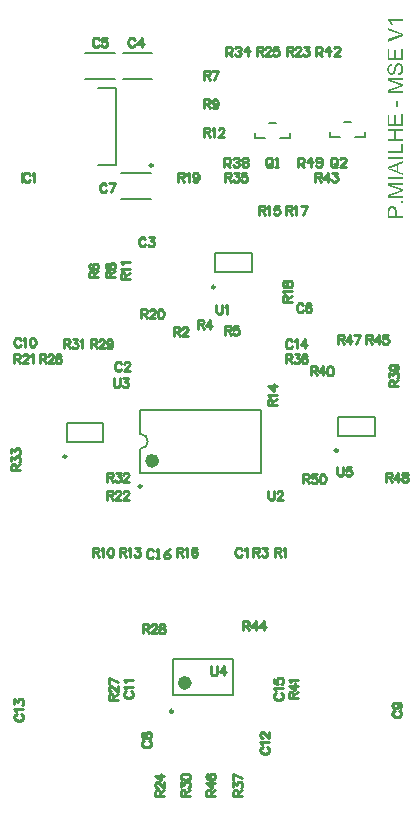
<source format=gto>
G04*
G04 #@! TF.GenerationSoftware,Altium Limited,Altium Designer,23.0.1 (38)*
G04*
G04 Layer_Color=65535*
%FSLAX44Y44*%
%MOMM*%
G71*
G04*
G04 #@! TF.SameCoordinates,4F8D76B3-19B9-4F14-BD17-49225F6037FE*
G04*
G04*
G04 #@! TF.FilePolarity,Positive*
G04*
G01*
G75*
%ADD10C,0.2500*%
%ADD11C,0.6000*%
%ADD12C,0.2000*%
%ADD13C,0.2540*%
G36*
X340360Y666739D02*
X330196D01*
X330224Y666711D01*
X330295Y666640D01*
X330393Y666513D01*
X330534Y666330D01*
X330704Y666118D01*
X330887Y665851D01*
X331084Y665555D01*
X331296Y665216D01*
Y665202D01*
X331324Y665174D01*
X331352Y665132D01*
X331380Y665061D01*
X331437Y664977D01*
X331479Y664878D01*
X331606Y664652D01*
X331733Y664399D01*
X331874Y664117D01*
X332001Y663821D01*
X332113Y663539D01*
X330577D01*
X330563Y663553D01*
X330549Y663595D01*
X330506Y663666D01*
X330464Y663764D01*
X330407Y663877D01*
X330323Y664018D01*
X330238Y664173D01*
X330154Y664328D01*
X329928Y664695D01*
X329660Y665089D01*
X329378Y665498D01*
X329054Y665879D01*
X329040Y665893D01*
X329012Y665921D01*
X328970Y665977D01*
X328899Y666048D01*
X328815Y666118D01*
X328730Y666217D01*
X328490Y666429D01*
X328237Y666668D01*
X327940Y666908D01*
X327630Y667119D01*
X327306Y667303D01*
Y668332D01*
X340360D01*
Y666739D01*
D02*
G37*
G36*
Y656335D02*
Y654559D01*
X327349Y649512D01*
Y651387D01*
X336808Y654770D01*
X336822D01*
X336864Y654784D01*
X336920Y654813D01*
X337005Y654841D01*
X337104Y654869D01*
X337216Y654911D01*
X337343Y654954D01*
X337498Y655010D01*
X337822Y655109D01*
X338175Y655221D01*
X338556Y655334D01*
X338936Y655447D01*
X338922D01*
X338894Y655461D01*
X338823Y655475D01*
X338753Y655503D01*
X338654Y655532D01*
X338541Y655560D01*
X338415Y655602D01*
X338274Y655644D01*
X337949Y655743D01*
X337583Y655870D01*
X337202Y656011D01*
X336808Y656152D01*
X327349Y659662D01*
Y661410D01*
X340360Y656335D01*
D02*
G37*
G36*
Y633709D02*
X327349D01*
Y643126D01*
X328885D01*
Y635429D01*
X332860D01*
Y642633D01*
X334397D01*
Y635429D01*
X338823D01*
Y643422D01*
X340360D01*
Y633709D01*
D02*
G37*
G36*
X336864Y631313D02*
X336963D01*
X337061Y631299D01*
X337329Y631256D01*
X337625Y631186D01*
X337949Y631073D01*
X338288Y630918D01*
X338471Y630834D01*
X338640Y630721D01*
X338654D01*
X338683Y630693D01*
X338725Y630664D01*
X338795Y630608D01*
X338950Y630481D01*
X339162Y630284D01*
X339387Y630044D01*
X339627Y629748D01*
X339852Y629410D01*
X340064Y629015D01*
Y629001D01*
X340092Y628959D01*
X340106Y628902D01*
X340149Y628818D01*
X340177Y628719D01*
X340219Y628592D01*
X340275Y628451D01*
X340318Y628282D01*
X340360Y628113D01*
X340416Y627916D01*
X340487Y627493D01*
X340543Y627027D01*
X340572Y626520D01*
Y626351D01*
X340557Y626224D01*
Y626069D01*
X340543Y625900D01*
X340529Y625702D01*
X340501Y625477D01*
X340445Y625012D01*
X340360Y624518D01*
X340233Y624025D01*
X340064Y623545D01*
Y623531D01*
X340036Y623489D01*
X340008Y623433D01*
X339965Y623348D01*
X339909Y623250D01*
X339852Y623137D01*
X339683Y622869D01*
X339472Y622573D01*
X339204Y622263D01*
X338894Y621953D01*
X338527Y621685D01*
X338513Y621671D01*
X338485Y621656D01*
X338429Y621628D01*
X338344Y621586D01*
X338246Y621530D01*
X338133Y621473D01*
X337992Y621403D01*
X337837Y621346D01*
X337682Y621276D01*
X337498Y621219D01*
X337090Y621107D01*
X336652Y621022D01*
X336413Y620994D01*
X336173Y620980D01*
X336032Y622601D01*
X336046D01*
X336074D01*
X336131Y622615D01*
X336201Y622629D01*
X336286Y622643D01*
X336371Y622657D01*
X336610Y622714D01*
X336864Y622784D01*
X337132Y622869D01*
X337400Y622982D01*
X337653Y623123D01*
X337682Y623137D01*
X337752Y623207D01*
X337865Y623306D01*
X338006Y623447D01*
X338175Y623630D01*
X338330Y623856D01*
X338499Y624123D01*
X338654Y624434D01*
Y624448D01*
X338668Y624476D01*
X338683Y624518D01*
X338711Y624589D01*
X338739Y624673D01*
X338781Y624772D01*
X338809Y624885D01*
X338838Y625012D01*
X338908Y625308D01*
X338979Y625660D01*
X339021Y626027D01*
X339035Y626435D01*
Y626604D01*
X339021Y626689D01*
Y626788D01*
X338993Y627013D01*
X338964Y627281D01*
X338922Y627577D01*
X338852Y627873D01*
X338753Y628155D01*
Y628169D01*
X338739Y628183D01*
X338725Y628226D01*
X338697Y628282D01*
X338626Y628409D01*
X338541Y628578D01*
X338429Y628761D01*
X338288Y628959D01*
X338133Y629128D01*
X337949Y629283D01*
X337921Y629297D01*
X337865Y629339D01*
X337752Y629410D01*
X337611Y629480D01*
X337442Y629537D01*
X337259Y629607D01*
X337047Y629650D01*
X336836Y629664D01*
X336822D01*
X336808D01*
X336737D01*
X336610Y629650D01*
X336469Y629621D01*
X336300Y629579D01*
X336117Y629509D01*
X335933Y629424D01*
X335764Y629297D01*
X335750Y629283D01*
X335694Y629227D01*
X335609Y629142D01*
X335496Y629015D01*
X335384Y628860D01*
X335257Y628649D01*
X335130Y628409D01*
X335003Y628127D01*
X334989Y628099D01*
X334975Y628071D01*
X334961Y628014D01*
X334947Y627958D01*
X334919Y627873D01*
X334876Y627761D01*
X334848Y627648D01*
X334806Y627493D01*
X334749Y627338D01*
X334707Y627140D01*
X334651Y626929D01*
X334580Y626689D01*
X334524Y626435D01*
X334439Y626139D01*
X334369Y625815D01*
Y625801D01*
X334355Y625745D01*
X334327Y625646D01*
X334298Y625533D01*
X334256Y625378D01*
X334214Y625209D01*
X334157Y625040D01*
X334101Y624842D01*
X333974Y624420D01*
X333833Y624011D01*
X333763Y623813D01*
X333692Y623630D01*
X333622Y623461D01*
X333551Y623320D01*
Y623306D01*
X333523Y623278D01*
X333495Y623235D01*
X333467Y623165D01*
X333368Y622996D01*
X333227Y622798D01*
X333044Y622559D01*
X332846Y622333D01*
X332607Y622108D01*
X332353Y621924D01*
X332339D01*
X332325Y621910D01*
X332282Y621882D01*
X332226Y621854D01*
X332071Y621783D01*
X331874Y621699D01*
X331634Y621614D01*
X331352Y621544D01*
X331042Y621487D01*
X330718Y621473D01*
X330704D01*
X330675D01*
X330619D01*
X330549Y621487D01*
X330464D01*
X330365Y621501D01*
X330112Y621544D01*
X329829Y621614D01*
X329534Y621699D01*
X329209Y621840D01*
X328885Y622023D01*
X328871D01*
X328843Y622051D01*
X328801Y622079D01*
X328744Y622122D01*
X328589Y622263D01*
X328392Y622446D01*
X328180Y622672D01*
X327969Y622953D01*
X327757Y623278D01*
X327574Y623658D01*
Y623672D01*
X327560Y623701D01*
X327532Y623771D01*
X327504Y623842D01*
X327475Y623940D01*
X327433Y624067D01*
X327391Y624208D01*
X327349Y624363D01*
X327306Y624532D01*
X327264Y624715D01*
X327193Y625110D01*
X327137Y625561D01*
X327123Y626041D01*
Y626280D01*
X327137Y626407D01*
X327151Y626562D01*
X327165Y626717D01*
X327179Y626901D01*
X327236Y627295D01*
X327320Y627732D01*
X327447Y628169D01*
X327602Y628592D01*
Y628606D01*
X327630Y628634D01*
X327645Y628705D01*
X327687Y628775D01*
X327743Y628860D01*
X327800Y628973D01*
X327940Y629212D01*
X328138Y629494D01*
X328378Y629776D01*
X328645Y630044D01*
X328970Y630284D01*
X328984Y630298D01*
X329012Y630312D01*
X329054Y630340D01*
X329125Y630382D01*
X329209Y630425D01*
X329308Y630481D01*
X329435Y630523D01*
X329562Y630594D01*
X329858Y630707D01*
X330210Y630805D01*
X330591Y630890D01*
X331014Y630932D01*
X331141Y629283D01*
X331127D01*
X331084Y629269D01*
X331028D01*
X330943Y629255D01*
X330830Y629227D01*
X330718Y629198D01*
X330450Y629114D01*
X330154Y629001D01*
X329844Y628832D01*
X329548Y628634D01*
X329421Y628508D01*
X329294Y628367D01*
X329280Y628353D01*
X329266Y628339D01*
X329238Y628282D01*
X329195Y628226D01*
X329153Y628141D01*
X329096Y628042D01*
X329040Y627930D01*
X328970Y627803D01*
X328913Y627648D01*
X328857Y627479D01*
X328801Y627295D01*
X328758Y627098D01*
X328716Y626872D01*
X328688Y626633D01*
X328660Y626379D01*
Y625970D01*
X328674Y625857D01*
Y625731D01*
X328688Y625590D01*
X328702Y625420D01*
X328730Y625251D01*
X328801Y624871D01*
X328899Y624504D01*
X329040Y624152D01*
X329139Y623983D01*
X329238Y623842D01*
Y623827D01*
X329266Y623813D01*
X329336Y623729D01*
X329463Y623616D01*
X329632Y623489D01*
X329829Y623362D01*
X330069Y623250D01*
X330323Y623165D01*
X330464Y623151D01*
X330619Y623137D01*
X330633D01*
X330647D01*
X330732Y623151D01*
X330859Y623165D01*
X331014Y623193D01*
X331197Y623264D01*
X331394Y623348D01*
X331578Y623461D01*
X331761Y623630D01*
X331775Y623658D01*
X331803Y623686D01*
X331845Y623743D01*
X331888Y623813D01*
X331930Y623898D01*
X331986Y624011D01*
X332057Y624138D01*
X332127Y624293D01*
X332198Y624476D01*
X332268Y624687D01*
X332353Y624927D01*
X332438Y625209D01*
X332522Y625505D01*
X332621Y625843D01*
X332705Y626224D01*
Y626252D01*
X332719Y626323D01*
X332748Y626421D01*
X332790Y626562D01*
X332818Y626731D01*
X332874Y626929D01*
X332917Y627140D01*
X332987Y627366D01*
X333114Y627845D01*
X333241Y628324D01*
X333312Y628550D01*
X333382Y628747D01*
X333452Y628945D01*
X333523Y629100D01*
Y629114D01*
X333551Y629156D01*
X333579Y629212D01*
X333622Y629283D01*
X333664Y629382D01*
X333734Y629494D01*
X333890Y629734D01*
X334073Y630016D01*
X334298Y630284D01*
X334566Y630552D01*
X334707Y630664D01*
X334848Y630777D01*
X334862D01*
X334890Y630805D01*
X334933Y630834D01*
X334989Y630862D01*
X335060Y630904D01*
X335158Y630946D01*
X335384Y631059D01*
X335652Y631158D01*
X335962Y631242D01*
X336314Y631299D01*
X336695Y631327D01*
X336709D01*
X336737D01*
X336794D01*
X336864Y631313D01*
D02*
G37*
G36*
X340360Y617117D02*
X329463D01*
X340360Y613311D01*
Y611760D01*
X329280Y608011D01*
X340360D01*
Y606347D01*
X327349D01*
Y608927D01*
X336568Y612014D01*
X336582D01*
X336624Y612028D01*
X336695Y612056D01*
X336779Y612085D01*
X336878Y612113D01*
X337005Y612155D01*
X337287Y612254D01*
X337597Y612352D01*
X337921Y612451D01*
X338217Y612550D01*
X338358Y612592D01*
X338485Y612634D01*
X338471D01*
X338457Y612649D01*
X338415Y612663D01*
X338358Y612677D01*
X338274Y612705D01*
X338189Y612733D01*
X338076Y612761D01*
X337963Y612804D01*
X337822Y612846D01*
X337668Y612902D01*
X337498Y612959D01*
X337301Y613015D01*
X337104Y613086D01*
X336878Y613156D01*
X336652Y613241D01*
X336399Y613325D01*
X327349Y616455D01*
Y618781D01*
X340360D01*
Y617117D01*
D02*
G37*
G36*
X336455Y594478D02*
X334848D01*
Y599397D01*
X336455D01*
Y594478D01*
D02*
G37*
G36*
X340360Y578181D02*
X327349D01*
Y587598D01*
X328885D01*
Y579901D01*
X332860D01*
Y587105D01*
X334397D01*
Y579901D01*
X338823D01*
Y587894D01*
X340360D01*
Y578181D01*
D02*
G37*
G36*
Y573558D02*
X334228D01*
Y566805D01*
X340360D01*
Y565085D01*
X327349D01*
Y566805D01*
X332691D01*
Y573558D01*
X327349D01*
Y575277D01*
X340360D01*
Y573558D01*
D02*
G37*
G36*
Y554837D02*
X327349D01*
Y556557D01*
X338823D01*
Y562971D01*
X340360D01*
Y554837D01*
D02*
G37*
G36*
Y550157D02*
X327349D01*
Y551876D01*
X340360D01*
Y550157D01*
D02*
G37*
G36*
Y546534D02*
X336427Y545025D01*
Y539556D01*
X340360Y538146D01*
Y536327D01*
X327349Y541304D01*
Y543164D01*
X340360Y548493D01*
Y546534D01*
D02*
G37*
G36*
Y532986D02*
X327349D01*
Y534706D01*
X340360D01*
Y532986D01*
D02*
G37*
G36*
Y528264D02*
X329463D01*
X340360Y524458D01*
Y522907D01*
X329280Y519157D01*
X340360D01*
Y517494D01*
X327349D01*
Y520074D01*
X336568Y523161D01*
X336582D01*
X336624Y523175D01*
X336695Y523203D01*
X336779Y523231D01*
X336878Y523259D01*
X337005Y523302D01*
X337287Y523400D01*
X337597Y523499D01*
X337921Y523598D01*
X338217Y523696D01*
X338358Y523739D01*
X338485Y523781D01*
X338471D01*
X338457Y523795D01*
X338415Y523809D01*
X338358Y523823D01*
X338274Y523852D01*
X338189Y523880D01*
X338076Y523908D01*
X337963Y523950D01*
X337822Y523993D01*
X337668Y524049D01*
X337498Y524105D01*
X337301Y524162D01*
X337104Y524232D01*
X336878Y524303D01*
X336652Y524387D01*
X336399Y524472D01*
X327349Y527601D01*
Y529927D01*
X340360D01*
Y528264D01*
D02*
G37*
G36*
Y512757D02*
X338541D01*
Y514576D01*
X340360D01*
Y512757D01*
D02*
G37*
G36*
X331408Y510304D02*
X331549Y510290D01*
X331704Y510262D01*
X331888Y510234D01*
X332099Y510191D01*
X332311Y510135D01*
X332536Y510065D01*
X332762Y509980D01*
X333001Y509867D01*
X333241Y509754D01*
X333481Y509613D01*
X333706Y509444D01*
X333932Y509261D01*
X333946Y509247D01*
X333974Y509205D01*
X334030Y509148D01*
X334115Y509050D01*
X334200Y508937D01*
X334298Y508782D01*
X334397Y508599D01*
X334496Y508387D01*
X334608Y508133D01*
X334707Y507865D01*
X334806Y507541D01*
X334890Y507203D01*
X334961Y506808D01*
X335017Y506385D01*
X335060Y505934D01*
X335074Y505427D01*
Y502100D01*
X340360D01*
Y500380D01*
X327349D01*
Y505737D01*
X327363Y506019D01*
X327377Y506343D01*
X327405Y506667D01*
X327433Y506977D01*
X327447Y507132D01*
X327475Y507259D01*
Y507273D01*
X327489Y507302D01*
Y507358D01*
X327504Y507414D01*
X327532Y507499D01*
X327546Y507598D01*
X327616Y507823D01*
X327701Y508077D01*
X327814Y508345D01*
X327940Y508613D01*
X328096Y508866D01*
Y508881D01*
X328110Y508895D01*
X328180Y508979D01*
X328279Y509092D01*
X328420Y509247D01*
X328589Y509402D01*
X328815Y509585D01*
X329054Y509754D01*
X329350Y509910D01*
X329364D01*
X329393Y509924D01*
X329435Y509952D01*
X329491Y509980D01*
X329562Y510008D01*
X329660Y510036D01*
X329872Y510121D01*
X330140Y510191D01*
X330436Y510262D01*
X330774Y510304D01*
X331127Y510318D01*
X331141D01*
X331197D01*
X331282D01*
X331408Y510304D01*
D02*
G37*
%LPC*%
G36*
X335031Y544490D02*
X331423Y543122D01*
X331408D01*
X331352Y543094D01*
X331267Y543066D01*
X331141Y543023D01*
X331014Y542967D01*
X330844Y542911D01*
X330661Y542840D01*
X330464Y542770D01*
X330027Y542629D01*
X329576Y542474D01*
X329125Y542319D01*
X328702Y542192D01*
X328716D01*
X328758Y542178D01*
X328829Y542164D01*
X328913Y542149D01*
X329040Y542121D01*
X329167Y542093D01*
X329322Y542051D01*
X329491Y542008D01*
X329674Y541966D01*
X329872Y541910D01*
X330295Y541783D01*
X330746Y541642D01*
X331211Y541487D01*
X335031Y540049D01*
Y544490D01*
D02*
G37*
G36*
X331169Y508542D02*
X331155D01*
X331127D01*
X331084D01*
X331028D01*
X330873Y508514D01*
X330690Y508486D01*
X330464Y508443D01*
X330238Y508359D01*
X329999Y508260D01*
X329773Y508119D01*
X329745Y508105D01*
X329674Y508049D01*
X329576Y507950D01*
X329463Y507837D01*
X329336Y507668D01*
X329209Y507485D01*
X329096Y507273D01*
X329012Y507034D01*
Y507020D01*
X328998Y506949D01*
X328970Y506836D01*
X328941Y506667D01*
Y506569D01*
X328927Y506456D01*
X328913Y506315D01*
X328899Y506174D01*
Y506005D01*
X328885Y505835D01*
Y502100D01*
X333537D01*
Y505610D01*
X333523Y505723D01*
Y505864D01*
X333509Y506019D01*
X333481Y506202D01*
X333452Y506385D01*
X333382Y506780D01*
X333269Y507175D01*
X333199Y507358D01*
X333114Y507527D01*
X333030Y507696D01*
X332917Y507837D01*
X332903Y507851D01*
X332889Y507865D01*
X332846Y507908D01*
X332804Y507950D01*
X332663Y508063D01*
X332466Y508190D01*
X332212Y508317D01*
X331916Y508429D01*
X331563Y508514D01*
X331380Y508528D01*
X331169Y508542D01*
D02*
G37*
%LPD*%
D10*
X181100Y441780D02*
G03*
X181100Y441780I-1250J0D01*
G01*
X119060Y273050D02*
G03*
X119060Y273050I-1250J0D01*
G01*
X128510Y544850D02*
G03*
X128510Y544850I-1250J0D01*
G01*
X285240Y303350D02*
G03*
X285240Y303350I-1250J0D01*
G01*
X145650Y82550D02*
G03*
X145650Y82550I-1250J0D01*
G01*
X55370Y298270D02*
G03*
X55370Y298270I-1250J0D01*
G01*
D11*
X130910Y294650D02*
G03*
X130910Y294650I-3000J0D01*
G01*
X158650Y106550D02*
G03*
X158650Y106550I-3000J0D01*
G01*
D12*
X117910Y304800D02*
G03*
X117910Y317500I0J6350D01*
G01*
X227010Y580540D02*
X232730D01*
X215370Y567540D02*
Y571771D01*
X236510Y567540D02*
X244370D01*
X215370D02*
X223230D01*
X244370D02*
Y571771D01*
X290510Y581810D02*
X296230D01*
X278870Y568810D02*
Y573041D01*
X300010Y568810D02*
X307870D01*
X278870D02*
X286730D01*
X307870D02*
Y573041D01*
X212350Y454280D02*
Y470280D01*
X181350Y454280D02*
Y470280D01*
X212350D01*
X181350Y454280D02*
X212350D01*
X219910Y284650D02*
Y337650D01*
X117910Y317500D02*
Y337650D01*
Y284650D02*
Y304800D01*
Y337650D02*
X219910D01*
X117910Y284650D02*
X219910D01*
X81760Y545350D02*
X97760D01*
Y610350D01*
X81760D02*
X97760D01*
X285490Y315850D02*
X316490D01*
X285490Y331850D02*
X316490D01*
X285490Y315850D02*
Y331850D01*
X316490Y315850D02*
Y331850D01*
X196650Y96550D02*
Y126550D01*
X145650Y96550D02*
Y126550D01*
X196650D01*
X145650Y96550D02*
X196650D01*
X55620Y310770D02*
X86620D01*
X55620Y326770D02*
X86620D01*
X55620Y310770D02*
Y326770D01*
X86620Y310770D02*
Y326770D01*
X103279Y617650D02*
X127861D01*
X103279Y639650D02*
X127861D01*
X71529D02*
X96111D01*
X71529Y617650D02*
X96111D01*
X102009Y538050D02*
X126591D01*
X102009Y516050D02*
X126591D01*
D13*
X128906Y218439D02*
X127637Y219709D01*
X125098D01*
X123828Y218439D01*
Y213361D01*
X125098Y212091D01*
X127637D01*
X128906Y213361D01*
X131446Y212091D02*
X133985D01*
X132715D01*
Y219709D01*
X131446Y218439D01*
X142872Y219709D02*
X140333Y218439D01*
X137794Y215900D01*
Y213361D01*
X139063Y212091D01*
X141602D01*
X142872Y213361D01*
Y214630D01*
X141602Y215900D01*
X137794D01*
X251463Y543561D02*
Y551179D01*
X255272D01*
X256542Y549909D01*
Y547370D01*
X255272Y546100D01*
X251463D01*
X254002D02*
X256542Y543561D01*
X262890D02*
Y551179D01*
X259081Y547370D01*
X264159D01*
X266698Y544831D02*
X267968Y543561D01*
X270507D01*
X271777Y544831D01*
Y549909D01*
X270507Y551179D01*
X267968D01*
X266698Y549909D01*
Y548640D01*
X267968Y547370D01*
X271777D01*
X266703Y637541D02*
Y645159D01*
X270512D01*
X271782Y643889D01*
Y641350D01*
X270512Y640080D01*
X266703D01*
X269242D02*
X271782Y637541D01*
X278130D02*
Y645159D01*
X274321Y641350D01*
X279399D01*
X287017Y637541D02*
X281938D01*
X287017Y642620D01*
Y643889D01*
X285747Y645159D01*
X283208D01*
X281938Y643889D01*
X189233Y543561D02*
Y551179D01*
X193042D01*
X194312Y549909D01*
Y547370D01*
X193042Y546100D01*
X189233D01*
X191772D02*
X194312Y543561D01*
X196851Y549909D02*
X198120Y551179D01*
X200660D01*
X201929Y549909D01*
Y548640D01*
X200660Y547370D01*
X199390D01*
X200660D01*
X201929Y546100D01*
Y544831D01*
X200660Y543561D01*
X198120D01*
X196851Y544831D01*
X204468Y549909D02*
X205738Y551179D01*
X208277D01*
X209547Y549909D01*
Y548640D01*
X208277Y547370D01*
X209547Y546100D01*
Y544831D01*
X208277Y543561D01*
X205738D01*
X204468Y544831D01*
Y546100D01*
X205738Y547370D01*
X204468Y548640D01*
Y549909D01*
X205738Y547370D02*
X208277D01*
X190503Y637691D02*
Y645309D01*
X194312D01*
X195582Y644039D01*
Y641500D01*
X194312Y640230D01*
X190503D01*
X193043D02*
X195582Y637691D01*
X198121Y644039D02*
X199390Y645309D01*
X201930D01*
X203199Y644039D01*
Y642770D01*
X201930Y641500D01*
X200660D01*
X201930D01*
X203199Y640230D01*
Y638961D01*
X201930Y637691D01*
X199390D01*
X198121Y638961D01*
X209547Y637691D02*
Y645309D01*
X205738Y641500D01*
X210817D01*
X284480Y544831D02*
Y549909D01*
X283211Y551179D01*
X280672D01*
X279402Y549909D01*
Y544831D01*
X280672Y543561D01*
X283211D01*
X281941Y546100D02*
X284480Y543561D01*
X283211D02*
X284480Y544831D01*
X292098Y543561D02*
X287020D01*
X292098Y548640D01*
Y549909D01*
X290828Y551179D01*
X288289D01*
X287020Y549909D01*
X229870Y544831D02*
Y549909D01*
X228600Y551179D01*
X226061D01*
X224792Y549909D01*
Y544831D01*
X226061Y543561D01*
X228600D01*
X227331Y546100D02*
X229870Y543561D01*
X228600D02*
X229870Y544831D01*
X232409Y543561D02*
X234948D01*
X233679D01*
Y551179D01*
X232409Y549909D01*
X171615Y576579D02*
Y568961D01*
Y576579D02*
X174880D01*
X175968Y576216D01*
X176331Y575854D01*
X176694Y575128D01*
Y574403D01*
X176331Y573677D01*
X175968Y573314D01*
X174880Y572951D01*
X171615D01*
X174155D02*
X176694Y568961D01*
X178399Y575128D02*
X179125Y575491D01*
X180213Y576579D01*
Y568961D01*
X184349Y574765D02*
Y575128D01*
X184711Y575854D01*
X185074Y576216D01*
X185800Y576579D01*
X187251D01*
X187976Y576216D01*
X188339Y575854D01*
X188702Y575128D01*
Y574403D01*
X188339Y573677D01*
X187614Y572589D01*
X183986Y568961D01*
X189065D01*
X328931Y357888D02*
X336549D01*
X328931D02*
Y361153D01*
X329294Y362241D01*
X329656Y362604D01*
X330382Y362967D01*
X331107D01*
X331833Y362604D01*
X332196Y362241D01*
X332559Y361153D01*
Y357888D01*
Y360427D02*
X336549Y362967D01*
X328931Y365397D02*
Y369388D01*
X331833Y367211D01*
Y368300D01*
X332196Y369025D01*
X332559Y369388D01*
X333647Y369751D01*
X334372D01*
X335461Y369388D01*
X336186Y368662D01*
X336549Y367574D01*
Y366486D01*
X336186Y365397D01*
X335824Y365035D01*
X335098Y364672D01*
X331470Y376172D02*
X332559Y375809D01*
X333284Y375084D01*
X333647Y373995D01*
Y373633D01*
X333284Y372544D01*
X332559Y371819D01*
X331470Y371456D01*
X331107D01*
X330019Y371819D01*
X329294Y372544D01*
X328931Y373633D01*
Y373995D01*
X329294Y375084D01*
X330019Y375809D01*
X331470Y376172D01*
X333284D01*
X335098Y375809D01*
X336186Y375084D01*
X336549Y373995D01*
Y373270D01*
X336186Y372182D01*
X335461Y371819D01*
X241048Y384809D02*
Y377191D01*
Y384809D02*
X244313D01*
X245401Y384446D01*
X245764Y384084D01*
X246127Y383358D01*
Y382632D01*
X245764Y381907D01*
X245401Y381544D01*
X244313Y381181D01*
X241048D01*
X243587D02*
X246127Y377191D01*
X248557Y384809D02*
X252548D01*
X250371Y381907D01*
X251460D01*
X252185Y381544D01*
X252548Y381181D01*
X252911Y380093D01*
Y379367D01*
X252548Y378279D01*
X251822Y377554D01*
X250734Y377191D01*
X249646D01*
X248557Y377554D01*
X248195Y377916D01*
X247832Y378642D01*
X258969Y383721D02*
X258606Y384446D01*
X257518Y384809D01*
X256793D01*
X255704Y384446D01*
X254979Y383358D01*
X254616Y381544D01*
Y379730D01*
X254979Y378279D01*
X255704Y377554D01*
X256793Y377191D01*
X257155D01*
X258244Y377554D01*
X258969Y378279D01*
X259332Y379367D01*
Y379730D01*
X258969Y380819D01*
X258244Y381544D01*
X257155Y381907D01*
X256793D01*
X255704Y381544D01*
X254979Y380819D01*
X254616Y379730D01*
X266267Y538479D02*
Y530861D01*
Y538479D02*
X269532D01*
X270620Y538116D01*
X270983Y537754D01*
X271346Y537028D01*
Y536302D01*
X270983Y535577D01*
X270620Y535214D01*
X269532Y534851D01*
X266267D01*
X268806D02*
X271346Y530861D01*
X276678Y538479D02*
X273051Y533400D01*
X278492D01*
X276678Y538479D02*
Y530861D01*
X280560Y538479D02*
X284551D01*
X282374Y535577D01*
X283462D01*
X284188Y535214D01*
X284551Y534851D01*
X284914Y533763D01*
Y533037D01*
X284551Y531949D01*
X283825Y531224D01*
X282737Y530861D01*
X281648D01*
X280560Y531224D01*
X280197Y531586D01*
X279834Y532312D01*
X189917Y538479D02*
Y530861D01*
Y538479D02*
X193182D01*
X194270Y538116D01*
X194633Y537754D01*
X194995Y537028D01*
Y536302D01*
X194633Y535577D01*
X194270Y535214D01*
X193182Y534851D01*
X189917D01*
X192456D02*
X194995Y530861D01*
X197426Y538479D02*
X201417D01*
X199240Y535577D01*
X200328D01*
X201054Y535214D01*
X201417Y534851D01*
X201779Y533763D01*
Y533037D01*
X201417Y531949D01*
X200691Y531224D01*
X199603Y530861D01*
X198514D01*
X197426Y531224D01*
X197063Y531586D01*
X196701Y532312D01*
X207838Y538479D02*
X204210D01*
X203847Y535214D01*
X204210Y535577D01*
X205298Y535940D01*
X206387D01*
X207475Y535577D01*
X208201Y534851D01*
X208563Y533763D01*
Y533037D01*
X208201Y531949D01*
X207475Y531224D01*
X206387Y530861D01*
X205298D01*
X204210Y531224D01*
X203847Y531586D01*
X203485Y532312D01*
X89737Y269239D02*
Y261621D01*
Y269239D02*
X93002D01*
X94090Y268876D01*
X94453Y268514D01*
X94816Y267788D01*
Y267062D01*
X94453Y266337D01*
X94090Y265974D01*
X93002Y265611D01*
X89737D01*
X92276D02*
X94816Y261621D01*
X96883Y267425D02*
Y267788D01*
X97246Y268514D01*
X97609Y268876D01*
X98334Y269239D01*
X99786D01*
X100511Y268876D01*
X100874Y268514D01*
X101237Y267788D01*
Y267062D01*
X100874Y266337D01*
X100148Y265249D01*
X96521Y261621D01*
X101600D01*
X103667Y267425D02*
Y267788D01*
X104030Y268514D01*
X104393Y268876D01*
X105118Y269239D01*
X106570D01*
X107295Y268876D01*
X107658Y268514D01*
X108021Y267788D01*
Y267062D01*
X107658Y266337D01*
X106932Y265249D01*
X103305Y261621D01*
X108384D01*
X11359Y384809D02*
Y377191D01*
Y384809D02*
X14624D01*
X15712Y384446D01*
X16075Y384084D01*
X16438Y383358D01*
Y382632D01*
X16075Y381907D01*
X15712Y381544D01*
X14624Y381181D01*
X11359D01*
X13899D02*
X16438Y377191D01*
X18506Y382995D02*
Y383358D01*
X18869Y384084D01*
X19231Y384446D01*
X19957Y384809D01*
X21408D01*
X22134Y384446D01*
X22496Y384084D01*
X22859Y383358D01*
Y382632D01*
X22496Y381907D01*
X21771Y380819D01*
X18143Y377191D01*
X23222D01*
X24927Y383358D02*
X25653Y383721D01*
X26741Y384809D01*
Y377191D01*
X88901Y449999D02*
X96519D01*
X88901D02*
Y453264D01*
X89264Y454352D01*
X89626Y454715D01*
X90352Y455078D01*
X91077D01*
X91803Y454715D01*
X92166Y454352D01*
X92529Y453264D01*
Y449999D01*
Y452538D02*
X96519Y455078D01*
X88901Y458596D02*
X89264Y457508D01*
X89989Y457145D01*
X90715D01*
X91440Y457508D01*
X91803Y458234D01*
X92166Y459685D01*
X92529Y460773D01*
X93254Y461499D01*
X93980Y461861D01*
X95068D01*
X95794Y461499D01*
X96156Y461136D01*
X96519Y460048D01*
Y458596D01*
X96156Y457508D01*
X95794Y457145D01*
X95068Y456783D01*
X93980D01*
X93254Y457145D01*
X92529Y457871D01*
X92166Y458959D01*
X91803Y460410D01*
X91440Y461136D01*
X90715Y461499D01*
X89989D01*
X89264Y461136D01*
X88901Y460048D01*
Y458596D01*
X189649Y408939D02*
Y401321D01*
Y408939D02*
X192914D01*
X194002Y408576D01*
X194365Y408214D01*
X194727Y407488D01*
Y406763D01*
X194365Y406037D01*
X194002Y405674D01*
X192914Y405311D01*
X189649D01*
X192188D02*
X194727Y401321D01*
X200786Y408939D02*
X197158D01*
X196795Y405674D01*
X197158Y406037D01*
X198246Y406400D01*
X199335D01*
X200423Y406037D01*
X201149Y405311D01*
X201511Y404223D01*
Y403498D01*
X201149Y402409D01*
X200423Y401684D01*
X199335Y401321D01*
X198246D01*
X197158Y401684D01*
X196795Y402046D01*
X196433Y402772D01*
X172050Y600709D02*
Y593091D01*
Y600709D02*
X175315D01*
X176403Y600346D01*
X176766Y599984D01*
X177129Y599258D01*
Y598532D01*
X176766Y597807D01*
X176403Y597444D01*
X175315Y597081D01*
X172050D01*
X174589D02*
X177129Y593091D01*
X183550Y598170D02*
X183187Y597081D01*
X182462Y596356D01*
X181373Y595993D01*
X181011D01*
X179922Y596356D01*
X179197Y597081D01*
X178834Y598170D01*
Y598532D01*
X179197Y599621D01*
X179922Y600346D01*
X181011Y600709D01*
X181373D01*
X182462Y600346D01*
X183187Y599621D01*
X183550Y598170D01*
Y596356D01*
X183187Y594542D01*
X182462Y593454D01*
X181373Y593091D01*
X180648D01*
X179559Y593454D01*
X179197Y594179D01*
X13245Y80138D02*
X12519Y79775D01*
X11794Y79050D01*
X11431Y78324D01*
Y76873D01*
X11794Y76147D01*
X12519Y75422D01*
X13245Y75059D01*
X14333Y74696D01*
X16147D01*
X17235Y75059D01*
X17961Y75422D01*
X18686Y76147D01*
X19049Y76873D01*
Y78324D01*
X18686Y79050D01*
X17961Y79775D01*
X17235Y80138D01*
X12882Y82278D02*
X12519Y83004D01*
X11431Y84092D01*
X19049D01*
X11431Y88591D02*
Y92581D01*
X14333Y90405D01*
Y91493D01*
X14696Y92218D01*
X15059Y92581D01*
X16147Y92944D01*
X16873D01*
X17961Y92581D01*
X18686Y91856D01*
X19049Y90767D01*
Y89679D01*
X18686Y88591D01*
X18324Y88228D01*
X17598Y87865D01*
X16638Y396965D02*
X16275Y397691D01*
X15549Y398416D01*
X14824Y398779D01*
X13373D01*
X12647Y398416D01*
X11922Y397691D01*
X11559Y396965D01*
X11196Y395877D01*
Y394063D01*
X11559Y392975D01*
X11922Y392249D01*
X12647Y391524D01*
X13373Y391161D01*
X14824D01*
X15549Y391524D01*
X16275Y392249D01*
X16638Y392975D01*
X18778Y397328D02*
X19504Y397691D01*
X20592Y398779D01*
Y391161D01*
X26542Y398779D02*
X25453Y398416D01*
X24728Y397328D01*
X24365Y395514D01*
Y394426D01*
X24728Y392612D01*
X25453Y391524D01*
X26542Y391161D01*
X27267D01*
X28356Y391524D01*
X29081Y392612D01*
X29444Y394426D01*
Y395514D01*
X29081Y397328D01*
X28356Y398416D01*
X27267Y398779D01*
X26542D01*
X255833Y426175D02*
X255470Y426901D01*
X254744Y427626D01*
X254019Y427989D01*
X252568D01*
X251842Y427626D01*
X251117Y426901D01*
X250754Y426175D01*
X250391Y425087D01*
Y423273D01*
X250754Y422185D01*
X251117Y421459D01*
X251842Y420734D01*
X252568Y420371D01*
X254019D01*
X254744Y420734D01*
X255470Y421459D01*
X255833Y422185D01*
X262326Y426901D02*
X261964Y427626D01*
X260875Y427989D01*
X260150D01*
X259061Y427626D01*
X258336Y426538D01*
X257973Y424724D01*
Y422910D01*
X258336Y421459D01*
X259061Y420734D01*
X260150Y420371D01*
X260513D01*
X261601Y420734D01*
X262326Y421459D01*
X262689Y422547D01*
Y422910D01*
X262326Y423999D01*
X261601Y424724D01*
X260513Y425087D01*
X260150D01*
X259061Y424724D01*
X258336Y423999D01*
X257973Y422910D01*
X238761Y429425D02*
X246379D01*
X238761D02*
Y432690D01*
X239124Y433778D01*
X239486Y434141D01*
X240212Y434504D01*
X240938D01*
X241663Y434141D01*
X242026Y433778D01*
X242389Y432690D01*
Y429425D01*
Y431965D02*
X246379Y434504D01*
X240212Y436209D02*
X239849Y436935D01*
X238761Y438023D01*
X246379D01*
X238761Y443610D02*
X239124Y442522D01*
X239849Y442159D01*
X240575D01*
X241300Y442522D01*
X241663Y443247D01*
X242026Y444698D01*
X242389Y445787D01*
X243114Y446512D01*
X243840Y446875D01*
X244928D01*
X245654Y446512D01*
X246016Y446149D01*
X246379Y445061D01*
Y443610D01*
X246016Y442522D01*
X245654Y442159D01*
X244928Y441796D01*
X243840D01*
X243114Y442159D01*
X242389Y442884D01*
X242026Y443973D01*
X241663Y445424D01*
X241300Y446149D01*
X240575Y446512D01*
X239849D01*
X239124Y446149D01*
X238761Y445061D01*
Y443610D01*
X216737Y645159D02*
Y637541D01*
Y645159D02*
X220002D01*
X221090Y644796D01*
X221453Y644434D01*
X221815Y643708D01*
Y642982D01*
X221453Y642257D01*
X221090Y641894D01*
X220002Y641531D01*
X216737D01*
X219276D02*
X221815Y637541D01*
X223883Y643345D02*
Y643708D01*
X224246Y644434D01*
X224609Y644796D01*
X225334Y645159D01*
X226786D01*
X227511Y644796D01*
X227874Y644434D01*
X228237Y643708D01*
Y642982D01*
X227874Y642257D01*
X227148Y641169D01*
X223521Y637541D01*
X228599D01*
X234658Y645159D02*
X231030D01*
X230667Y641894D01*
X231030Y642257D01*
X232118Y642620D01*
X233207D01*
X234295Y642257D01*
X235021Y641531D01*
X235383Y640443D01*
Y639717D01*
X235021Y638629D01*
X234295Y637904D01*
X233207Y637541D01*
X232118D01*
X231030Y637904D01*
X230667Y638266D01*
X230305Y638992D01*
X242137Y645159D02*
Y637541D01*
Y645159D02*
X245402D01*
X246490Y644796D01*
X246853Y644434D01*
X247215Y643708D01*
Y642982D01*
X246853Y642257D01*
X246490Y641894D01*
X245402Y641531D01*
X242137D01*
X244676D02*
X247215Y637541D01*
X249283Y643345D02*
Y643708D01*
X249646Y644434D01*
X250009Y644796D01*
X250734Y645159D01*
X252186D01*
X252911Y644796D01*
X253274Y644434D01*
X253637Y643708D01*
Y642982D01*
X253274Y642257D01*
X252548Y641169D01*
X248921Y637541D01*
X254000D01*
X256430Y645159D02*
X260421D01*
X258244Y642257D01*
X259332D01*
X260058Y641894D01*
X260421Y641531D01*
X260784Y640443D01*
Y639717D01*
X260421Y638629D01*
X259695Y637904D01*
X258607Y637541D01*
X257518D01*
X256430Y637904D01*
X256067Y638266D01*
X255704Y638992D01*
X89737Y284479D02*
Y276861D01*
Y284479D02*
X93002D01*
X94090Y284116D01*
X94453Y283754D01*
X94816Y283028D01*
Y282302D01*
X94453Y281577D01*
X94090Y281214D01*
X93002Y280851D01*
X89737D01*
X92276D02*
X94816Y276861D01*
X97246Y284479D02*
X101237D01*
X99060Y281577D01*
X100148D01*
X100874Y281214D01*
X101237Y280851D01*
X101600Y279763D01*
Y279037D01*
X101237Y277949D01*
X100511Y277224D01*
X99423Y276861D01*
X98334D01*
X97246Y277224D01*
X96883Y277586D01*
X96521Y278312D01*
X103667Y282665D02*
Y283028D01*
X104030Y283754D01*
X104393Y284116D01*
X105118Y284479D01*
X106570D01*
X107295Y284116D01*
X107658Y283754D01*
X108021Y283028D01*
Y282302D01*
X107658Y281577D01*
X106932Y280489D01*
X103305Y276861D01*
X108384D01*
X325957Y284479D02*
Y276861D01*
Y284479D02*
X329222D01*
X330310Y284116D01*
X330673Y283754D01*
X331035Y283028D01*
Y282302D01*
X330673Y281577D01*
X330310Y281214D01*
X329222Y280851D01*
X325957D01*
X328496D02*
X331035Y276861D01*
X336368Y284479D02*
X332741Y279400D01*
X338182D01*
X336368Y284479D02*
Y276861D01*
X341338Y284479D02*
X340250Y284116D01*
X339887Y283391D01*
Y282665D01*
X340250Y281940D01*
X340976Y281577D01*
X342427Y281214D01*
X343515Y280851D01*
X344241Y280126D01*
X344604Y279400D01*
Y278312D01*
X344241Y277586D01*
X343878Y277224D01*
X342790Y276861D01*
X341338D01*
X340250Y277224D01*
X339887Y277586D01*
X339524Y278312D01*
Y279400D01*
X339887Y280126D01*
X340613Y280851D01*
X341701Y281214D01*
X343152Y281577D01*
X343878Y281940D01*
X344241Y282665D01*
Y283391D01*
X343878Y284116D01*
X342790Y284479D01*
X341338D01*
X284699Y289559D02*
Y284118D01*
X285062Y283029D01*
X285787Y282304D01*
X286876Y281941D01*
X287601D01*
X288690Y282304D01*
X289415Y283029D01*
X289778Y284118D01*
Y289559D01*
X296235D02*
X292608D01*
X292245Y286294D01*
X292608Y286657D01*
X293696Y287020D01*
X294784D01*
X295873Y286657D01*
X296598Y285931D01*
X296961Y284843D01*
Y284118D01*
X296598Y283029D01*
X295873Y282304D01*
X294784Y281941D01*
X293696D01*
X292608Y282304D01*
X292245Y282666D01*
X291882Y283392D01*
X182192Y426719D02*
Y421278D01*
X182554Y420189D01*
X183280Y419464D01*
X184368Y419101D01*
X185094D01*
X186182Y419464D01*
X186908Y420189D01*
X187270Y421278D01*
Y426719D01*
X189375Y425268D02*
X190100Y425631D01*
X191189Y426719D01*
Y419101D01*
X95469Y364489D02*
Y359048D01*
X95832Y357959D01*
X96557Y357234D01*
X97646Y356871D01*
X98371D01*
X99460Y357234D01*
X100185Y357959D01*
X100548Y359048D01*
Y364489D01*
X103378D02*
X107368D01*
X105191Y361587D01*
X106280D01*
X107005Y361224D01*
X107368Y360861D01*
X107731Y359773D01*
Y359048D01*
X107368Y357959D01*
X106643Y357234D01*
X105554Y356871D01*
X104466D01*
X103378Y357234D01*
X103015Y357596D01*
X102652Y358322D01*
X177838Y120649D02*
Y115208D01*
X178200Y114119D01*
X178926Y113394D01*
X180014Y113031D01*
X180740D01*
X181828Y113394D01*
X182554Y114119D01*
X182917Y115208D01*
Y120649D01*
X188648D02*
X185021Y115570D01*
X190462D01*
X188648Y120649D02*
Y113031D01*
X226279Y269239D02*
Y263797D01*
X226642Y262709D01*
X227367Y261984D01*
X228456Y261621D01*
X229181D01*
X230270Y261984D01*
X230995Y262709D01*
X231358Y263797D01*
Y269239D01*
X233825Y267425D02*
Y267788D01*
X234188Y268514D01*
X234550Y268876D01*
X235276Y269239D01*
X236727D01*
X237453Y268876D01*
X237815Y268514D01*
X238178Y267788D01*
Y267062D01*
X237815Y266337D01*
X237090Y265249D01*
X233462Y261621D01*
X238541D01*
X285317Y401319D02*
Y393701D01*
Y401319D02*
X288582D01*
X289670Y400956D01*
X290033Y400594D01*
X290396Y399868D01*
Y399142D01*
X290033Y398417D01*
X289670Y398054D01*
X288582Y397691D01*
X285317D01*
X287856D02*
X290396Y393701D01*
X295728Y401319D02*
X292101Y396240D01*
X297542D01*
X295728Y401319D02*
Y393701D01*
X303964Y401319D02*
X300336Y393701D01*
X298885Y401319D02*
X303964D01*
X231921Y220979D02*
Y213361D01*
Y220979D02*
X235186D01*
X236274Y220616D01*
X236637Y220254D01*
X237000Y219528D01*
Y218803D01*
X236637Y218077D01*
X236274Y217714D01*
X235186Y217351D01*
X231921D01*
X234461D02*
X237000Y213361D01*
X238705Y219528D02*
X239431Y219891D01*
X240519Y220979D01*
Y213361D01*
X309447Y401199D02*
Y393581D01*
Y401199D02*
X312712D01*
X313800Y400836D01*
X314163Y400474D01*
X314526Y399748D01*
Y399022D01*
X314163Y398297D01*
X313800Y397934D01*
X312712Y397571D01*
X309447D01*
X311986D02*
X314526Y393581D01*
X319858Y401199D02*
X316231Y396120D01*
X321672D01*
X319858Y401199D02*
Y393581D01*
X327368Y401199D02*
X323740D01*
X323377Y397934D01*
X323740Y398297D01*
X324828Y398660D01*
X325917D01*
X327005Y398297D01*
X327731Y397571D01*
X328093Y396483D01*
Y395757D01*
X327731Y394669D01*
X327005Y393944D01*
X325917Y393581D01*
X324828D01*
X323740Y393944D01*
X323377Y394306D01*
X323014Y395032D01*
X75948Y397509D02*
Y389891D01*
Y397509D02*
X79213D01*
X80301Y397146D01*
X80664Y396784D01*
X81027Y396058D01*
Y395332D01*
X80664Y394607D01*
X80301Y394244D01*
X79213Y393881D01*
X75948D01*
X78487D02*
X81027Y389891D01*
X83095Y395695D02*
Y396058D01*
X83457Y396784D01*
X83820Y397146D01*
X84546Y397509D01*
X85997D01*
X86722Y397146D01*
X87085Y396784D01*
X87448Y396058D01*
Y395332D01*
X87085Y394607D01*
X86360Y393519D01*
X82732Y389891D01*
X87811D01*
X94232Y394970D02*
X93869Y393881D01*
X93144Y393156D01*
X92055Y392793D01*
X91693D01*
X90604Y393156D01*
X89879Y393881D01*
X89516Y394970D01*
Y395332D01*
X89879Y396421D01*
X90604Y397146D01*
X91693Y397509D01*
X92055D01*
X93144Y397146D01*
X93869Y396421D01*
X94232Y394970D01*
Y393156D01*
X93869Y391342D01*
X93144Y390254D01*
X92055Y389891D01*
X91330D01*
X90241Y390254D01*
X89879Y390979D01*
X91441Y92277D02*
X99059D01*
X91441D02*
Y95542D01*
X91804Y96630D01*
X92166Y96993D01*
X92892Y97355D01*
X93617D01*
X94343Y96993D01*
X94706Y96630D01*
X95069Y95542D01*
Y92277D01*
Y94816D02*
X99059Y97355D01*
X93255Y99423D02*
X92892D01*
X92166Y99786D01*
X91804Y100149D01*
X91441Y100874D01*
Y102326D01*
X91804Y103051D01*
X92166Y103414D01*
X92892Y103777D01*
X93617D01*
X94343Y103414D01*
X95431Y102688D01*
X99059Y99061D01*
Y104139D01*
X91441Y110924D02*
X99059Y107296D01*
X91441Y105844D02*
Y110924D01*
X166607Y414019D02*
Y406401D01*
Y414019D02*
X169872D01*
X170961Y413656D01*
X171323Y413294D01*
X171686Y412568D01*
Y411842D01*
X171323Y411117D01*
X170961Y410754D01*
X169872Y410391D01*
X166607D01*
X169147D02*
X171686Y406401D01*
X177019Y414019D02*
X173391Y408940D01*
X178833D01*
X177019Y414019D02*
Y406401D01*
X150207Y538479D02*
Y530861D01*
Y538479D02*
X153472D01*
X154560Y538116D01*
X154923Y537754D01*
X155286Y537028D01*
Y536302D01*
X154923Y535577D01*
X154560Y535214D01*
X153472Y534851D01*
X150207D01*
X152746D02*
X155286Y530861D01*
X156990Y537028D02*
X157716Y537391D01*
X158804Y538479D01*
Y530861D01*
X167293Y535940D02*
X166931Y534851D01*
X166205Y534126D01*
X165117Y533763D01*
X164754D01*
X163666Y534126D01*
X162940Y534851D01*
X162577Y535940D01*
Y536302D01*
X162940Y537391D01*
X163666Y538116D01*
X164754Y538479D01*
X165117D01*
X166205Y538116D01*
X166931Y537391D01*
X167293Y535940D01*
Y534126D01*
X166931Y532312D01*
X166205Y531224D01*
X165117Y530861D01*
X164391D01*
X163303Y531224D01*
X162940Y531949D01*
X205125Y158749D02*
Y151131D01*
Y158749D02*
X208390D01*
X209478Y158386D01*
X209841Y158024D01*
X210204Y157298D01*
Y156573D01*
X209841Y155847D01*
X209478Y155484D01*
X208390Y155121D01*
X205125D01*
X207665D02*
X210204Y151131D01*
X215537Y158749D02*
X211909Y153670D01*
X217351D01*
X215537Y158749D02*
Y151131D01*
X222321Y158749D02*
X218693Y153670D01*
X224135D01*
X222321Y158749D02*
Y151131D01*
X32768Y384809D02*
Y377191D01*
Y384809D02*
X36033D01*
X37121Y384446D01*
X37484Y384084D01*
X37847Y383358D01*
Y382632D01*
X37484Y381907D01*
X37121Y381544D01*
X36033Y381181D01*
X32768D01*
X35307D02*
X37847Y377191D01*
X39915Y382995D02*
Y383358D01*
X40278Y384084D01*
X40640Y384446D01*
X41366Y384809D01*
X42817D01*
X43542Y384446D01*
X43905Y384084D01*
X44268Y383358D01*
Y382632D01*
X43905Y381907D01*
X43180Y380819D01*
X39552Y377191D01*
X44631D01*
X50689Y383721D02*
X50326Y384446D01*
X49238Y384809D01*
X48513D01*
X47424Y384446D01*
X46699Y383358D01*
X46336Y381544D01*
Y379730D01*
X46699Y378279D01*
X47424Y377554D01*
X48513Y377191D01*
X48875D01*
X49964Y377554D01*
X50689Y378279D01*
X51052Y379367D01*
Y379730D01*
X50689Y380819D01*
X49964Y381544D01*
X48875Y381907D01*
X48513D01*
X47424Y381544D01*
X46699Y380819D01*
X46336Y379730D01*
X196851Y10997D02*
X204469D01*
X196851D02*
Y14262D01*
X197214Y15350D01*
X197576Y15713D01*
X198302Y16076D01*
X199028D01*
X199753Y15713D01*
X200116Y15350D01*
X200479Y14262D01*
Y10997D01*
Y13536D02*
X204469Y16076D01*
X196851Y18506D02*
Y22497D01*
X199753Y20320D01*
Y21408D01*
X200116Y22134D01*
X200479Y22497D01*
X201567Y22859D01*
X202292D01*
X203381Y22497D01*
X204106Y21771D01*
X204469Y20683D01*
Y19594D01*
X204106Y18506D01*
X203744Y18143D01*
X203018Y17780D01*
X196851Y29643D02*
X204469Y26016D01*
X196851Y24564D02*
Y29643D01*
X256107Y283209D02*
Y275591D01*
Y283209D02*
X259372D01*
X260460Y282846D01*
X260823Y282484D01*
X261185Y281758D01*
Y281033D01*
X260823Y280307D01*
X260460Y279944D01*
X259372Y279581D01*
X256107D01*
X258646D02*
X261185Y275591D01*
X267244Y283209D02*
X263616D01*
X263253Y279944D01*
X263616Y280307D01*
X264704Y280670D01*
X265793D01*
X266881Y280307D01*
X267607Y279581D01*
X267969Y278493D01*
Y277768D01*
X267607Y276679D01*
X266881Y275954D01*
X265793Y275591D01*
X264704D01*
X263616Y275954D01*
X263253Y276316D01*
X262891Y277042D01*
X271851Y283209D02*
X270763Y282846D01*
X270037Y281758D01*
X269674Y279944D01*
Y278856D01*
X270037Y277042D01*
X270763Y275954D01*
X271851Y275591D01*
X272577D01*
X273665Y275954D01*
X274391Y277042D01*
X274753Y278856D01*
Y279944D01*
X274391Y281758D01*
X273665Y282846D01*
X272577Y283209D01*
X271851D01*
X152401Y10997D02*
X160019D01*
X152401D02*
Y14262D01*
X152764Y15350D01*
X153126Y15713D01*
X153852Y16076D01*
X154578D01*
X155303Y15713D01*
X155666Y15350D01*
X156029Y14262D01*
Y10997D01*
Y13536D02*
X160019Y16076D01*
X152401Y18506D02*
Y22497D01*
X155303Y20320D01*
Y21408D01*
X155666Y22134D01*
X156029Y22497D01*
X157117Y22859D01*
X157843D01*
X158931Y22497D01*
X159656Y21771D01*
X160019Y20683D01*
Y19594D01*
X159656Y18506D01*
X159294Y18143D01*
X158568Y17780D01*
X152401Y26741D02*
X152764Y25653D01*
X153852Y24927D01*
X155666Y24564D01*
X156754D01*
X158568Y24927D01*
X159656Y25653D01*
X160019Y26741D01*
Y27467D01*
X159656Y28555D01*
X158568Y29281D01*
X156754Y29643D01*
X155666D01*
X153852Y29281D01*
X152764Y28555D01*
X152401Y27467D01*
Y26741D01*
X218605Y510539D02*
Y502921D01*
Y510539D02*
X221870D01*
X222959Y510176D01*
X223321Y509814D01*
X223684Y509088D01*
Y508363D01*
X223321Y507637D01*
X222959Y507274D01*
X221870Y506911D01*
X218605D01*
X221145D02*
X223684Y502921D01*
X225389Y509088D02*
X226115Y509451D01*
X227203Y510539D01*
Y502921D01*
X235329Y510539D02*
X231702D01*
X231339Y507274D01*
X231702Y507637D01*
X232790Y508000D01*
X233878D01*
X234967Y507637D01*
X235692Y506911D01*
X236055Y505823D01*
Y505098D01*
X235692Y504009D01*
X234967Y503284D01*
X233878Y502921D01*
X232790D01*
X231702Y503284D01*
X231339Y503646D01*
X230976Y504372D01*
X118947Y422909D02*
Y415291D01*
Y422909D02*
X122212D01*
X123300Y422546D01*
X123663Y422184D01*
X124025Y421458D01*
Y420732D01*
X123663Y420007D01*
X123300Y419644D01*
X122212Y419281D01*
X118947D01*
X121486D02*
X124025Y415291D01*
X126093Y421095D02*
Y421458D01*
X126456Y422184D01*
X126819Y422546D01*
X127544Y422909D01*
X128996D01*
X129721Y422546D01*
X130084Y422184D01*
X130447Y421458D01*
Y420732D01*
X130084Y420007D01*
X129358Y418919D01*
X125731Y415291D01*
X130809D01*
X134691Y422909D02*
X133603Y422546D01*
X132877Y421458D01*
X132514Y419644D01*
Y418556D01*
X132877Y416742D01*
X133603Y415654D01*
X134691Y415291D01*
X135417D01*
X136505Y415654D01*
X137231Y416742D01*
X137593Y418556D01*
Y419644D01*
X137231Y421458D01*
X136505Y422546D01*
X135417Y422909D01*
X134691D01*
X53269Y397509D02*
Y389891D01*
Y397509D02*
X56534D01*
X57622Y397146D01*
X57985Y396784D01*
X58348Y396058D01*
Y395332D01*
X57985Y394607D01*
X57622Y394244D01*
X56534Y393881D01*
X53269D01*
X55809D02*
X58348Y389891D01*
X60779Y397509D02*
X64769D01*
X62593Y394607D01*
X63681D01*
X64406Y394244D01*
X64769Y393881D01*
X65132Y392793D01*
Y392067D01*
X64769Y390979D01*
X64044Y390254D01*
X62955Y389891D01*
X61867D01*
X60779Y390254D01*
X60416Y390616D01*
X60053Y391342D01*
X66837Y396058D02*
X67563Y396421D01*
X68651Y397509D01*
Y389891D01*
X120217Y156209D02*
Y148591D01*
Y156209D02*
X123482D01*
X124570Y155846D01*
X124933Y155484D01*
X125295Y154758D01*
Y154032D01*
X124933Y153307D01*
X124570Y152944D01*
X123482Y152581D01*
X120217D01*
X122756D02*
X125295Y148591D01*
X127363Y154395D02*
Y154758D01*
X127726Y155484D01*
X128089Y155846D01*
X128814Y156209D01*
X130266D01*
X130991Y155846D01*
X131354Y155484D01*
X131717Y154758D01*
Y154032D01*
X131354Y153307D01*
X130628Y152219D01*
X127001Y148591D01*
X132079D01*
X135598Y156209D02*
X134510Y155846D01*
X134147Y155121D01*
Y154395D01*
X134510Y153670D01*
X135236Y153307D01*
X136687Y152944D01*
X137775Y152581D01*
X138501Y151856D01*
X138863Y151130D01*
Y150042D01*
X138501Y149316D01*
X138138Y148954D01*
X137050Y148591D01*
X135598D01*
X134510Y148954D01*
X134147Y149316D01*
X133785Y150042D01*
Y151130D01*
X134147Y151856D01*
X134873Y152581D01*
X135961Y152944D01*
X137412Y153307D01*
X138138Y153670D01*
X138501Y154395D01*
Y155121D01*
X138138Y155846D01*
X137050Y156209D01*
X135598D01*
X8891Y286587D02*
X16509D01*
X8891D02*
Y289852D01*
X9254Y290940D01*
X9616Y291303D01*
X10342Y291665D01*
X11068D01*
X11793Y291303D01*
X12156Y290940D01*
X12519Y289852D01*
Y286587D01*
Y289126D02*
X16509Y291665D01*
X8891Y294096D02*
Y298087D01*
X11793Y295910D01*
Y296998D01*
X12156Y297724D01*
X12519Y298087D01*
X13607Y298449D01*
X14332D01*
X15421Y298087D01*
X16146Y297361D01*
X16509Y296273D01*
Y295184D01*
X16146Y294096D01*
X15784Y293733D01*
X15058Y293371D01*
X8891Y300880D02*
Y304871D01*
X11793Y302694D01*
Y303782D01*
X12156Y304508D01*
X12519Y304871D01*
X13607Y305233D01*
X14332D01*
X15421Y304871D01*
X16146Y304145D01*
X16509Y303057D01*
Y301968D01*
X16146Y300880D01*
X15784Y300517D01*
X15058Y300154D01*
X262457Y374649D02*
Y367031D01*
Y374649D02*
X265722D01*
X266810Y374286D01*
X267173Y373924D01*
X267535Y373198D01*
Y372472D01*
X267173Y371747D01*
X266810Y371384D01*
X265722Y371021D01*
X262457D01*
X264996D02*
X267535Y367031D01*
X272868Y374649D02*
X269241Y369570D01*
X274682D01*
X272868Y374649D02*
Y367031D01*
X278201Y374649D02*
X277113Y374286D01*
X276387Y373198D01*
X276024Y371384D01*
Y370296D01*
X276387Y368482D01*
X277113Y367394D01*
X278201Y367031D01*
X278927D01*
X280015Y367394D01*
X280741Y368482D01*
X281103Y370296D01*
Y371384D01*
X280741Y373198D01*
X280015Y374286D01*
X278927Y374649D01*
X278201D01*
X130811Y10815D02*
X138429D01*
X130811D02*
Y14080D01*
X131174Y15168D01*
X131536Y15531D01*
X132262Y15894D01*
X132987D01*
X133713Y15531D01*
X134076Y15168D01*
X134439Y14080D01*
Y10815D01*
Y13355D02*
X138429Y15894D01*
X132625Y17962D02*
X132262D01*
X131536Y18325D01*
X131174Y18687D01*
X130811Y19413D01*
Y20864D01*
X131174Y21590D01*
X131536Y21953D01*
X132262Y22315D01*
X132987D01*
X133713Y21953D01*
X134801Y21227D01*
X138429Y17599D01*
Y22678D01*
X130811Y28011D02*
X135890Y24383D01*
Y29825D01*
X130811Y28011D02*
X138429D01*
X173991Y11178D02*
X181609D01*
X173991D02*
Y14443D01*
X174354Y15531D01*
X174716Y15894D01*
X175442Y16257D01*
X176168D01*
X176893Y15894D01*
X177256Y15531D01*
X177619Y14443D01*
Y11178D01*
Y13717D02*
X181609Y16257D01*
X173991Y21590D02*
X179070Y17962D01*
Y23404D01*
X173991Y21590D02*
X181609D01*
X175079Y29099D02*
X174354Y28737D01*
X173991Y27648D01*
Y26923D01*
X174354Y25834D01*
X175442Y25109D01*
X177256Y24746D01*
X179070D01*
X180521Y25109D01*
X181246Y25834D01*
X181609Y26923D01*
Y27285D01*
X181246Y28374D01*
X180521Y29099D01*
X179433Y29462D01*
X179070D01*
X177981Y29099D01*
X177256Y28374D01*
X176893Y27285D01*
Y26923D01*
X177256Y25834D01*
X177981Y25109D01*
X179070Y24746D01*
X77635Y220979D02*
Y213361D01*
Y220979D02*
X80900D01*
X81988Y220616D01*
X82351Y220254D01*
X82714Y219528D01*
Y218803D01*
X82351Y218077D01*
X81988Y217714D01*
X80900Y217351D01*
X77635D01*
X80175D02*
X82714Y213361D01*
X84419Y219528D02*
X85145Y219891D01*
X86233Y220979D01*
Y213361D01*
X92183Y220979D02*
X91094Y220616D01*
X90369Y219528D01*
X90006Y217714D01*
Y216626D01*
X90369Y214812D01*
X91094Y213724D01*
X92183Y213361D01*
X92908D01*
X93996Y213724D01*
X94722Y214812D01*
X95085Y216626D01*
Y217714D01*
X94722Y219528D01*
X93996Y220616D01*
X92908Y220979D01*
X92183D01*
X241465Y510539D02*
Y502921D01*
Y510539D02*
X244730D01*
X245819Y510176D01*
X246181Y509814D01*
X246544Y509088D01*
Y508363D01*
X246181Y507637D01*
X245819Y507274D01*
X244730Y506911D01*
X241465D01*
X244005D02*
X246544Y502921D01*
X248249Y509088D02*
X248975Y509451D01*
X250063Y510539D01*
Y502921D01*
X258915Y510539D02*
X255287Y502921D01*
X253836Y510539D02*
X258915D01*
X101601Y448838D02*
X109219D01*
X101601D02*
Y452103D01*
X101964Y453191D01*
X102326Y453554D01*
X103052Y453917D01*
X103778D01*
X104503Y453554D01*
X104866Y453191D01*
X105229Y452103D01*
Y448838D01*
Y451377D02*
X109219Y453917D01*
X103052Y455622D02*
X102689Y456347D01*
X101601Y457435D01*
X109219D01*
X103052Y461208D02*
X102689Y461934D01*
X101601Y463022D01*
X109219D01*
X171869Y624839D02*
Y617221D01*
Y624839D02*
X175134D01*
X176222Y624476D01*
X176585Y624114D01*
X176947Y623388D01*
Y622663D01*
X176585Y621937D01*
X176222Y621574D01*
X175134Y621211D01*
X171869D01*
X174408D02*
X176947Y617221D01*
X183731Y624839D02*
X180104Y617221D01*
X178653Y624839D02*
X183731D01*
X146469Y407669D02*
Y400051D01*
Y407669D02*
X149734D01*
X150822Y407306D01*
X151185Y406944D01*
X151547Y406218D01*
Y405493D01*
X151185Y404767D01*
X150822Y404404D01*
X149734Y404041D01*
X146469D01*
X149008D02*
X151547Y400051D01*
X153615Y405855D02*
Y406218D01*
X153978Y406944D01*
X154341Y407306D01*
X155066Y407669D01*
X156518D01*
X157243Y407306D01*
X157606Y406944D01*
X157969Y406218D01*
Y405493D01*
X157606Y404767D01*
X156880Y403679D01*
X153253Y400051D01*
X158331D01*
X226061Y341614D02*
X233679D01*
X226061D02*
Y344879D01*
X226424Y345967D01*
X226786Y346330D01*
X227512Y346693D01*
X228237D01*
X228963Y346330D01*
X229326Y345967D01*
X229689Y344879D01*
Y341614D01*
Y344153D02*
X233679Y346693D01*
X227512Y348398D02*
X227149Y349123D01*
X226061Y350212D01*
X233679D01*
X226061Y357612D02*
X231140Y353985D01*
Y359426D01*
X226061Y357612D02*
X233679D01*
X74931Y450180D02*
X82549D01*
X74931D02*
Y453445D01*
X75294Y454533D01*
X75656Y454896D01*
X76382Y455259D01*
X77108D01*
X77833Y454896D01*
X78196Y454533D01*
X78559Y453445D01*
Y450180D01*
Y452719D02*
X82549Y455259D01*
X76019Y461317D02*
X75294Y460955D01*
X74931Y459866D01*
Y459141D01*
X75294Y458052D01*
X76382Y457327D01*
X78196Y456964D01*
X80010D01*
X81461Y457327D01*
X82186Y458052D01*
X82549Y459141D01*
Y459503D01*
X82186Y460592D01*
X81461Y461317D01*
X80372Y461680D01*
X80010D01*
X78921Y461317D01*
X78196Y460592D01*
X77833Y459503D01*
Y459141D01*
X78196Y458052D01*
X78921Y457327D01*
X80010Y456964D01*
X148937Y221099D02*
Y213481D01*
Y221099D02*
X152202D01*
X153290Y220736D01*
X153653Y220374D01*
X154016Y219648D01*
Y218923D01*
X153653Y218197D01*
X153290Y217834D01*
X152202Y217471D01*
X148937D01*
X151476D02*
X154016Y213481D01*
X155721Y219648D02*
X156446Y220011D01*
X157534Y221099D01*
Y213481D01*
X165661Y220011D02*
X165298Y220736D01*
X164210Y221099D01*
X163484D01*
X162396Y220736D01*
X161670Y219648D01*
X161307Y217834D01*
Y216020D01*
X161670Y214569D01*
X162396Y213844D01*
X163484Y213481D01*
X163847D01*
X164935Y213844D01*
X165661Y214569D01*
X166024Y215658D01*
Y216020D01*
X165661Y217109D01*
X164935Y217834D01*
X163847Y218197D01*
X163484D01*
X162396Y217834D01*
X161670Y217109D01*
X161307Y216020D01*
X243841Y93909D02*
X251459D01*
X243841D02*
Y97174D01*
X244204Y98262D01*
X244566Y98625D01*
X245292Y98988D01*
X246017D01*
X246743Y98625D01*
X247106Y98262D01*
X247469Y97174D01*
Y93909D01*
Y96448D02*
X251459Y98988D01*
X243841Y104321D02*
X248920Y100693D01*
Y106135D01*
X243841Y104321D02*
X251459D01*
X245292Y107477D02*
X244929Y108203D01*
X243841Y109291D01*
X251459D01*
X213779Y220979D02*
Y213361D01*
Y220979D02*
X217044D01*
X218132Y220616D01*
X218495Y220254D01*
X218857Y219528D01*
Y218803D01*
X218495Y218077D01*
X218132Y217714D01*
X217044Y217351D01*
X213779D01*
X216318D02*
X218857Y213361D01*
X221288Y220979D02*
X225279D01*
X223102Y218077D01*
X224190D01*
X224916Y217714D01*
X225279Y217351D01*
X225641Y216263D01*
Y215537D01*
X225279Y214449D01*
X224553Y213724D01*
X223465Y213361D01*
X222376D01*
X221288Y213724D01*
X220925Y214086D01*
X220563Y214812D01*
X100495Y220979D02*
Y213361D01*
Y220979D02*
X103760D01*
X104848Y220616D01*
X105211Y220254D01*
X105574Y219528D01*
Y218803D01*
X105211Y218077D01*
X104848Y217714D01*
X103760Y217351D01*
X100495D01*
X103035D02*
X105574Y213361D01*
X107279Y219528D02*
X108005Y219891D01*
X109093Y220979D01*
Y213361D01*
X113591Y220979D02*
X117582D01*
X115405Y218077D01*
X116494D01*
X117219Y217714D01*
X117582Y217351D01*
X117945Y216263D01*
Y215537D01*
X117582Y214449D01*
X116856Y213724D01*
X115768Y213361D01*
X114680D01*
X113591Y213724D01*
X113229Y214086D01*
X112866Y214812D01*
X17364Y538479D02*
Y530861D01*
X24402Y536665D02*
X24039Y537391D01*
X23314Y538116D01*
X22588Y538479D01*
X21137D01*
X20411Y538116D01*
X19686Y537391D01*
X19323Y536665D01*
X18960Y535577D01*
Y533763D01*
X19323Y532675D01*
X19686Y531949D01*
X20411Y531224D01*
X21137Y530861D01*
X22588D01*
X23314Y531224D01*
X24039Y531949D01*
X24402Y532675D01*
X26542Y537028D02*
X27268Y537391D01*
X28356Y538479D01*
Y530861D01*
X82931Y650965D02*
X82568Y651691D01*
X81843Y652416D01*
X81117Y652779D01*
X79666D01*
X78941Y652416D01*
X78215Y651691D01*
X77852Y650965D01*
X77490Y649877D01*
Y648063D01*
X77852Y646975D01*
X78215Y646249D01*
X78941Y645524D01*
X79666Y645161D01*
X81117D01*
X81843Y645524D01*
X82568Y646249D01*
X82931Y646975D01*
X89425Y652779D02*
X85797D01*
X85434Y649514D01*
X85797Y649877D01*
X86885Y650240D01*
X87974D01*
X89062Y649877D01*
X89788Y649151D01*
X90150Y648063D01*
Y647337D01*
X89788Y646249D01*
X89062Y645524D01*
X87974Y645161D01*
X86885D01*
X85797Y645524D01*
X85434Y645886D01*
X85072Y646612D01*
X122301Y482055D02*
X121938Y482781D01*
X121213Y483506D01*
X120487Y483869D01*
X119036D01*
X118311Y483506D01*
X117585Y482781D01*
X117222Y482055D01*
X116860Y480967D01*
Y479153D01*
X117222Y478065D01*
X117585Y477339D01*
X118311Y476614D01*
X119036Y476251D01*
X120487D01*
X121213Y476614D01*
X121938Y477339D01*
X122301Y478065D01*
X125167Y483869D02*
X129158D01*
X126981Y480967D01*
X128069D01*
X128795Y480604D01*
X129158Y480241D01*
X129521Y479153D01*
Y478428D01*
X129158Y477339D01*
X128432Y476614D01*
X127344Y476251D01*
X126256D01*
X125167Y476614D01*
X124804Y476976D01*
X124442Y477702D01*
X221525Y52198D02*
X220799Y51835D01*
X220074Y51109D01*
X219711Y50384D01*
Y48933D01*
X220074Y48207D01*
X220799Y47482D01*
X221525Y47119D01*
X222613Y46756D01*
X224427D01*
X225515Y47119D01*
X226241Y47482D01*
X226966Y48207D01*
X227329Y48933D01*
Y50384D01*
X226966Y51109D01*
X226241Y51835D01*
X225515Y52198D01*
X221162Y54338D02*
X220799Y55064D01*
X219711Y56152D01*
X227329D01*
X221525Y60288D02*
X221162D01*
X220436Y60651D01*
X220074Y61013D01*
X219711Y61739D01*
Y63190D01*
X220074Y63916D01*
X220436Y64278D01*
X221162Y64641D01*
X221887D01*
X222613Y64278D01*
X223701Y63553D01*
X227329Y59925D01*
Y65004D01*
X246326Y395695D02*
X245964Y396421D01*
X245238Y397146D01*
X244513Y397509D01*
X243061D01*
X242336Y397146D01*
X241610Y396421D01*
X241248Y395695D01*
X240885Y394607D01*
Y392793D01*
X241248Y391705D01*
X241610Y390979D01*
X242336Y390254D01*
X243061Y389891D01*
X244513D01*
X245238Y390254D01*
X245964Y390979D01*
X246326Y391705D01*
X248467Y396058D02*
X249192Y396421D01*
X250281Y397509D01*
Y389891D01*
X257681Y397509D02*
X254054Y392430D01*
X259495D01*
X257681Y397509D02*
Y389891D01*
X105955Y99550D02*
X105229Y99187D01*
X104504Y98462D01*
X104141Y97736D01*
Y96285D01*
X104504Y95560D01*
X105229Y94834D01*
X105955Y94471D01*
X107043Y94109D01*
X108857D01*
X109945Y94471D01*
X110671Y94834D01*
X111396Y95560D01*
X111759Y96285D01*
Y97736D01*
X111396Y98462D01*
X110671Y99187D01*
X109945Y99550D01*
X105592Y101691D02*
X105229Y102416D01*
X104141Y103505D01*
X111759D01*
X105592Y107277D02*
X105229Y108003D01*
X104141Y109091D01*
X111759D01*
X232955Y97918D02*
X232229Y97555D01*
X231504Y96829D01*
X231141Y96104D01*
Y94653D01*
X231504Y93927D01*
X232229Y93202D01*
X232955Y92839D01*
X234043Y92476D01*
X235857D01*
X236945Y92839D01*
X237671Y93202D01*
X238396Y93927D01*
X238759Y94653D01*
Y96104D01*
X238396Y96829D01*
X237671Y97555D01*
X236945Y97918D01*
X232592Y100058D02*
X232229Y100784D01*
X231141Y101872D01*
X238759D01*
X231141Y109998D02*
Y106370D01*
X234406Y106008D01*
X234043Y106370D01*
X233680Y107459D01*
Y108547D01*
X234043Y109635D01*
X234769Y110361D01*
X235857Y110724D01*
X236583D01*
X237671Y110361D01*
X238396Y109635D01*
X238759Y108547D01*
Y107459D01*
X238396Y106370D01*
X238034Y106008D01*
X237308Y105645D01*
X333285Y83113D02*
X332559Y82750D01*
X331834Y82024D01*
X331471Y81299D01*
Y79848D01*
X331834Y79122D01*
X332559Y78397D01*
X333285Y78034D01*
X334373Y77671D01*
X336187D01*
X337275Y78034D01*
X338001Y78397D01*
X338726Y79122D01*
X339089Y79848D01*
Y81299D01*
X338726Y82024D01*
X338001Y82750D01*
X337275Y83113D01*
X334010Y89969D02*
X335099Y89606D01*
X335824Y88881D01*
X336187Y87793D01*
Y87430D01*
X335824Y86341D01*
X335099Y85616D01*
X334010Y85253D01*
X333647D01*
X332559Y85616D01*
X331834Y86341D01*
X331471Y87430D01*
Y87793D01*
X331834Y88881D01*
X332559Y89606D01*
X334010Y89969D01*
X335824D01*
X337638Y89606D01*
X338726Y88881D01*
X339089Y87793D01*
Y87067D01*
X338726Y85978D01*
X338001Y85616D01*
X113230Y650965D02*
X112867Y651691D01*
X112142Y652416D01*
X111416Y652779D01*
X109965D01*
X109239Y652416D01*
X108514Y651691D01*
X108151Y650965D01*
X107788Y649877D01*
Y648063D01*
X108151Y646975D01*
X108514Y646249D01*
X109239Y645524D01*
X109965Y645161D01*
X111416D01*
X112142Y645524D01*
X112867Y646249D01*
X113230Y646975D01*
X118998Y652779D02*
X115370Y647700D01*
X120812D01*
X118998Y652779D02*
Y645161D01*
X121195Y57531D02*
X120469Y57168D01*
X119744Y56443D01*
X119381Y55717D01*
Y54266D01*
X119744Y53541D01*
X120469Y52815D01*
X121195Y52452D01*
X122283Y52090D01*
X124097D01*
X125185Y52452D01*
X125911Y52815D01*
X126636Y53541D01*
X126999Y54266D01*
Y55717D01*
X126636Y56443D01*
X125911Y57168D01*
X125185Y57531D01*
X119381Y61486D02*
X119744Y60397D01*
X120469Y60034D01*
X121195D01*
X121920Y60397D01*
X122283Y61123D01*
X122646Y62574D01*
X123009Y63662D01*
X123734Y64388D01*
X124460Y64750D01*
X125548D01*
X126274Y64388D01*
X126636Y64025D01*
X126999Y62937D01*
Y61486D01*
X126636Y60397D01*
X126274Y60034D01*
X125548Y59672D01*
X124460D01*
X123734Y60034D01*
X123009Y60760D01*
X122646Y61848D01*
X122283Y63299D01*
X121920Y64025D01*
X121195Y64388D01*
X120469D01*
X119744Y64025D01*
X119381Y62937D01*
Y61486D01*
X101981Y376645D02*
X101618Y377371D01*
X100893Y378096D01*
X100167Y378459D01*
X98716D01*
X97991Y378096D01*
X97265Y377371D01*
X96902Y376645D01*
X96539Y375557D01*
Y373743D01*
X96902Y372655D01*
X97265Y371929D01*
X97991Y371204D01*
X98716Y370841D01*
X100167D01*
X100893Y371204D01*
X101618Y371929D01*
X101981Y372655D01*
X104484Y376645D02*
Y377008D01*
X104847Y377734D01*
X105210Y378096D01*
X105935Y378459D01*
X107387D01*
X108112Y378096D01*
X108475Y377734D01*
X108838Y377008D01*
Y376283D01*
X108475Y375557D01*
X107749Y374469D01*
X104122Y370841D01*
X109200D01*
X203944Y219165D02*
X203581Y219891D01*
X202855Y220616D01*
X202130Y220979D01*
X200679D01*
X199953Y220616D01*
X199228Y219891D01*
X198865Y219165D01*
X198502Y218077D01*
Y216263D01*
X198865Y215175D01*
X199228Y214449D01*
X199953Y213724D01*
X200679Y213361D01*
X202130D01*
X202855Y213724D01*
X203581Y214449D01*
X203944Y215175D01*
X206084Y219528D02*
X206810Y219891D01*
X207898Y220979D01*
Y213361D01*
X89281Y527775D02*
X88918Y528501D01*
X88193Y529226D01*
X87467Y529589D01*
X86016D01*
X85291Y529226D01*
X84565Y528501D01*
X84202Y527775D01*
X83840Y526687D01*
Y524873D01*
X84202Y523785D01*
X84565Y523059D01*
X85291Y522334D01*
X86016Y521971D01*
X87467D01*
X88193Y522334D01*
X88918Y523059D01*
X89281Y523785D01*
X96501Y529589D02*
X92873Y521971D01*
X91422Y529589D02*
X96501D01*
M02*

</source>
